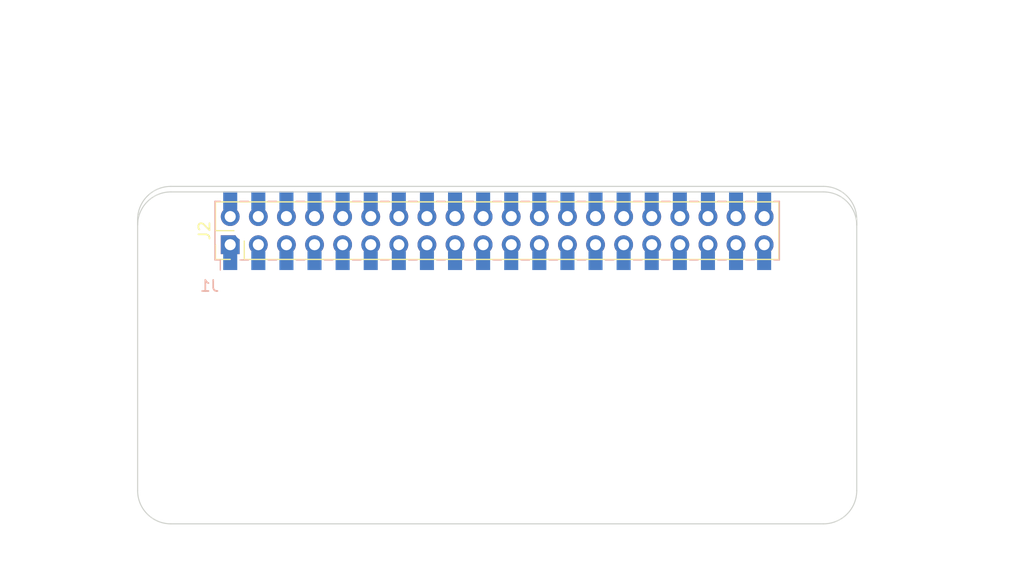
<source format=kicad_pcb>
(kicad_pcb (version 20240108) (generator "pcbnew") (generator_version "8.0")
  (layers (0 "F.Cu" signal) (31 "B.Cu" signal) (34 "B.Paste" user) (35 "F.Paste" user) (36 "B.SilkS" user "B.Silkscreen") (37 "F.SilkS" user "F.Silkscreen") (38 "B.Mask" user) (39 "F.Mask" user) (44 "Edge.Cuts" user))
  (net 0 "")
  (net 1 "Net-(J1-Pad34)")
  (net 2 "Net-(J1-Pad36)")
  (net 3 "Net-(J1-Pad40)")
  (net 4 "Net-(J1-Pad38)")
  (net 5 "Net-(J1-Pad18)")
  (net 6 "Net-(J1-Pad20)")
  (net 7 "Net-(J1-Pad24)")
  (net 8 "Net-(J1-Pad22)")
  (net 9 "Net-(J1-Pad30)")
  (net 10 "Net-(J1-Pad32)")
  (net 11 "Net-(J1-Pad28)")
  (net 12 "Net-(J1-Pad26)")
  (net 13 "Net-(J1-Pad10)")
  (net 14 "Net-(J1-Pad12)")
  (net 15 "Net-(J1-Pad16)")
  (net 16 "Net-(J1-Pad14)")
  (net 17 "Net-(J1-Pad6)")
  (net 18 "Net-(J1-Pad8)")
  (net 19 "Net-(J1-Pad4)")
  (net 20 "Net-(J1-Pad2)")
  (net 21 "Net-(J1-Pad39)")
  (net 22 "Net-(J1-Pad37)")
  (net 23 "Net-(J1-Pad33)")
  (net 24 "Net-(J1-Pad35)")
  (net 25 "Net-(J1-Pad27)")
  (net 26 "Net-(J1-Pad25)")
  (net 27 "Net-(J1-Pad29)")
  (net 28 "Net-(J1-Pad31)")
  (net 29 "Net-(J1-Pad23)")
  (net 30 "Net-(J1-Pad21)")
  (net 31 "Net-(J1-Pad17)")
  (net 32 "Net-(J1-Pad19)")
  (net 33 "Net-(J1-Pad3)")
  (net 34 "Net-(J1-Pad1)")
  (net 35 "Net-(J1-Pad5)")
  (net 36 "Net-(J1-Pad7)")
  (net 37 "Net-(J1-Pad15)")
  (net 38 "Net-(J1-Pad13)")
  (net 39 "Net-(J1-Pad9)")
  (net 40 "Net-(J1-Pad11)")
  (net 41 "Net-(J2-Pad1)")
  (net 42 "Net-(J2-Pad2)")
  (net 43 "Net-(J2-Pad3)")
  (net 44 "Net-(J2-Pad4)")
  (net 45 "Net-(J2-Pad5)")
  (net 46 "Net-(J2-Pad6)")
  (net 47 "Net-(J2-Pad7)")
  (net 48 "Net-(J2-Pad8)")
  (net 49 "Net-(J2-Pad9)")
  (net 50 "Net-(J2-Pad10)")
  (net 51 "Net-(J2-Pad11)")
  (net 52 "Net-(J2-Pad12)")
  (net 53 "Net-(J2-Pad13)")
  (net 54 "Net-(J2-Pad14)")
  (net 55 "Net-(J2-Pad15)")
  (net 56 "Net-(J2-Pad16)")
  (net 57 "Net-(J2-Pad17)")
  (net 58 "Net-(J2-Pad18)")
  (net 59 "Net-(J2-Pad19)")
  (net 60 "Net-(J2-Pad20)")
  (net 61 "Net-(J2-Pad21)")
  (net 62 "Net-(J2-Pad22)")
  (net 63 "Net-(J2-Pad23)")
  (net 64 "Net-(J2-Pad24)")
  (net 65 "Net-(J2-Pad25)")
  (net 66 "Net-(J2-Pad26)")
  (net 67 "Net-(J2-Pad27)")
  (net 68 "Net-(J2-Pad28)")
  (net 69 "Net-(J2-Pad29)")
  (net 70 "Net-(J2-Pad30)")
  (net 71 "Net-(J2-Pad31)")
  (net 72 "Net-(J2-Pad32)")
  (net 73 "Net-(J2-Pad33)")
  (net 74 "Net-(J2-Pad34)")
  (net 75 "Net-(J2-Pad35)")
  (net 76 "Net-(J2-Pad36)")
  (net 77 "Net-(J2-Pad37)")
  (net 78 "Net-(J2-Pad38)")
  (net 79 "Net-(J2-Pad39)")
  (net 80 "Net-(J2-Pad40)")
  (footprint "RPi_Hat:RPi_Hat_Mounting_Hole" (layer "F.Cu") (at 74 28)
    (property "Reference" "" (hide yes))
    (property "Value" "" (hide yes))
    (pad "" np_thru_hole circle (at 0 0) (size 2.75 2.75) (drill 2.75) (layers "*.Cu" "*.Mask") (clearance 1.725))
  )
  (footprint "RPi_Hat:RPi_Hat_Mounting_Hole" (layer "F.Cu") (at 16 28)
    (property "Reference" "" (hide yes))
    (property "Value" "" (hide yes))
    (pad "" np_thru_hole circle (at 0 0) (size 2.75 2.75) (drill 2.75) (layers "*.Cu" "*.Mask") (clearance 1.725))
  )
  (footprint "RPi_Hat:RPi_Hat_Mounting_Hole" (layer "F.Cu") (at 74 51)
    (property "Reference" "" (hide yes))
    (property "Value" "" (hide yes))
    (pad "" np_thru_hole circle (at 0 0) (size 2.75 2.75) (drill 2.75) (layers "*.Cu" "*.Mask") (clearance 1.725))
  )
  (footprint "RPi_Hat:RPi_Hat_Mounting_Hole" (layer "F.Cu") (at 16 51)
    (property "Reference" "" (hide yes))
    (property "Value" "" (hide yes))
    (pad "" np_thru_hole circle (at 0 0) (size 2.75 2.75) (drill 2.75) (layers "*.Cu" "*.Mask") (clearance 1.725))
  )
  (footprint "Connector_PinHeader_2.54mm:PinHeader_2x20_P2.54mm_Vertical" (layer "F.Cu") (at 20.87 29.27 90)
    (property "Reference" "J2" (at 1.27 -2.33 90) (layer "F.SilkS"))
    (property "Value" "RPi_GPIO")
    (fp_line (start 3.87 -1.33) (end 3.87 49.59) (stroke (width 0.12)) (layer "F.SilkS"))
    (fp_line (start 1.27 -1.33) (end 3.87 -1.33) (stroke (width 0.12)) (layer "F.SilkS"))
    (fp_line (start -1.33 -1.33) (end 0 -1.33) (stroke (width 0.12)) (layer "F.SilkS"))
    (fp_line (start -1.33 0) (end -1.33 -1.33) (stroke (width 0.12)) (layer "F.SilkS"))
    (fp_line (start 1.27 1.27) (end 1.27 -1.33) (stroke (width 0.12)) (layer "F.SilkS"))
    (fp_line (start -1.33 1.27) (end 1.27 1.27) (stroke (width 0.12)) (layer "F.SilkS"))
    (fp_line (start -1.33 1.27) (end -1.33 49.59) (stroke (width 0.12)) (layer "F.SilkS"))
    (fp_line (start -1.33 49.59) (end 3.87 49.59) (stroke (width 0.12)) (layer "F.SilkS"))
    (pad "1" thru_hole rect (at 0 0 90) (size 1.7 1.7) (drill 1) (layers "*.Cu" "*.Mask") (net 41 "Net-(J2-Pad1)"))
    (pad "2" thru_hole oval (at 2.54 0 90) (size 1.7 1.7) (drill 1) (layers "*.Cu" "*.Mask") (net 42 "Net-(J2-Pad2)"))
    (pad "3" thru_hole oval (at 0 2.54 90) (size 1.7 1.7) (drill 1) (layers "*.Cu" "*.Mask") (net 43 "Net-(J2-Pad3)"))
    (pad "4" thru_hole oval (at 2.54 2.54 90) (size 1.7 1.7) (drill 1) (layers "*.Cu" "*.Mask") (net 44 "Net-(J2-Pad4)"))
    (pad "5" thru_hole oval (at 0 5.08 90) (size 1.7 1.7) (drill 1) (layers "*.Cu" "*.Mask") (net 45 "Net-(J2-Pad5)"))
    (pad "6" thru_hole oval (at 2.54 5.08 90) (size 1.7 1.7) (drill 1) (layers "*.Cu" "*.Mask") (net 46 "Net-(J2-Pad6)"))
    (pad "7" thru_hole oval (at 0 7.62 90) (size 1.7 1.7) (drill 1) (layers "*.Cu" "*.Mask") (net 47 "Net-(J2-Pad7)"))
    (pad "8" thru_hole oval (at 2.54 7.62 90) (size 1.7 1.7) (drill 1) (layers "*.Cu" "*.Mask") (net 48 "Net-(J2-Pad8)"))
    (pad "9" thru_hole oval (at 0 10.16 90) (size 1.7 1.7) (drill 1) (layers "*.Cu" "*.Mask") (net 49 "Net-(J2-Pad9)"))
    (pad "10" thru_hole oval (at 2.54 10.16 90) (size 1.7 1.7) (drill 1) (layers "*.Cu" "*.Mask") (net 50 "Net-(J2-Pad10)"))
    (pad "11" thru_hole oval (at 0 12.7 90) (size 1.7 1.7) (drill 1) (layers "*.Cu" "*.Mask") (net 51 "Net-(J2-Pad11)"))
    (pad "12" thru_hole oval (at 2.54 12.7 90) (size 1.7 1.7) (drill 1) (layers "*.Cu" "*.Mask") (net 52 "Net-(J2-Pad12)"))
    (pad "13" thru_hole oval (at 0 15.24 90) (size 1.7 1.7) (drill 1) (layers "*.Cu" "*.Mask") (net 53 "Net-(J2-Pad13)"))
    (pad "14" thru_hole oval (at 2.54 15.24 90) (size 1.7 1.7) (drill 1) (layers "*.Cu" "*.Mask") (net 54 "Net-(J2-Pad14)"))
    (pad "15" thru_hole oval (at 0 17.78 90) (size 1.7 1.7) (drill 1) (layers "*.Cu" "*.Mask") (net 55 "Net-(J2-Pad15)"))
    (pad "16" thru_hole oval (at 2.54 17.78 90) (size 1.7 1.7) (drill 1) (layers "*.Cu" "*.Mask") (net 56 "Net-(J2-Pad16)"))
    (pad "17" thru_hole oval (at 0 20.32 90) (size 1.7 1.7) (drill 1) (layers "*.Cu" "*.Mask") (net 57 "Net-(J2-Pad17)"))
    (pad "18" thru_hole oval (at 2.54 20.32 90) (size 1.7 1.7) (drill 1) (layers "*.Cu" "*.Mask") (net 58 "Net-(J2-Pad18)"))
    (pad "19" thru_hole oval (at 0 22.86 90) (size 1.7 1.7) (drill 1) (layers "*.Cu" "*.Mask") (net 59 "Net-(J2-Pad19)"))
    (pad "20" thru_hole oval (at 2.54 22.86 90) (size 1.7 1.7) (drill 1) (layers "*.Cu" "*.Mask") (net 60 "Net-(J2-Pad20)"))
    (pad "21" thru_hole oval (at 0 25.4 90) (size 1.7 1.7) (drill 1) (layers "*.Cu" "*.Mask") (net 61 "Net-(J2-Pad21)"))
    (pad "22" thru_hole oval (at 2.54 25.4 90) (size 1.7 1.7) (drill 1) (layers "*.Cu" "*.Mask") (net 62 "Net-(J2-Pad22)"))
    (pad "23" thru_hole oval (at 0 27.94 90) (size 1.7 1.7) (drill 1) (layers "*.Cu" "*.Mask") (net 63 "Net-(J2-Pad23)"))
    (pad "24" thru_hole oval (at 2.54 27.94 90) (size 1.7 1.7) (drill 1) (layers "*.Cu" "*.Mask") (net 64 "Net-(J2-Pad24)"))
    (pad "25" thru_hole oval (at 0 30.48 90) (size 1.7 1.7) (drill 1) (layers "*.Cu" "*.Mask") (net 65 "Net-(J2-Pad25)"))
    (pad "26" thru_hole oval (at 2.54 30.48 90) (size 1.7 1.7) (drill 1) (layers "*.Cu" "*.Mask") (net 66 "Net-(J2-Pad26)"))
    (pad "27" thru_hole oval (at 0 33.02 90) (size 1.7 1.7) (drill 1) (layers "*.Cu" "*.Mask") (net 67 "Net-(J2-Pad27)"))
    (pad "28" thru_hole oval (at 2.54 33.02 90) (size 1.7 1.7) (drill 1) (layers "*.Cu" "*.Mask") (net 68 "Net-(J2-Pad28)"))
    (pad "29" thru_hole oval (at 0 35.56 90) (size 1.7 1.7) (drill 1) (layers "*.Cu" "*.Mask") (net 69 "Net-(J2-Pad29)"))
    (pad "30" thru_hole oval (at 2.54 35.56 90) (size 1.7 1.7) (drill 1) (layers "*.Cu" "*.Mask") (net 70 "Net-(J2-Pad30)"))
    (pad "31" thru_hole oval (at 0 38.1 90) (size 1.7 1.7) (drill 1) (layers "*.Cu" "*.Mask") (net 71 "Net-(J2-Pad31)"))
    (pad "32" thru_hole oval (at 2.54 38.1 90) (size 1.7 1.7) (drill 1) (layers "*.Cu" "*.Mask") (net 72 "Net-(J2-Pad32)"))
    (pad "33" thru_hole oval (at 0 40.64 90) (size 1.7 1.7) (drill 1) (layers "*.Cu" "*.Mask") (net 73 "Net-(J2-Pad33)"))
    (pad "34" thru_hole oval (at 2.54 40.64 90) (size 1.7 1.7) (drill 1) (layers "*.Cu" "*.Mask") (net 74 "Net-(J2-Pad34)"))
    (pad "35" thru_hole oval (at 0 43.18 90) (size 1.7 1.7) (drill 1) (layers "*.Cu" "*.Mask") (net 75 "Net-(J2-Pad35)"))
    (pad "36" thru_hole oval (at 2.54 43.18 90) (size 1.7 1.7) (drill 1) (layers "*.Cu" "*.Mask") (net 76 "Net-(J2-Pad36)"))
    (pad "37" thru_hole oval (at 0 45.72 90) (size 1.7 1.7) (drill 1) (layers "*.Cu" "*.Mask") (net 77 "Net-(J2-Pad37)"))
    (pad "38" thru_hole oval (at 2.54 45.72 90) (size 1.7 1.7) (drill 1) (layers "*.Cu" "*.Mask") (net 78 "Net-(J2-Pad38)"))
    (pad "39" thru_hole oval (at 0 48.26 90) (size 1.7 1.7) (drill 1) (layers "*.Cu" "*.Mask") (net 79 "Net-(J2-Pad39)"))
    (pad "40" thru_hole oval (at 2.54 48.26 90) (size 1.7 1.7) (drill 1) (layers "*.Cu" "*.Mask") (net 80 "Net-(J2-Pad40)"))
  )
  (footprint "Connector_Samtec_HLE_SMD-ML:Samtec_HLE-120-02-xxx-DV-BE-A_2x20_RPi_Bottom" (layer "B.Cu") (at 45 28)
    (property "Reference" "J1" (at -26 5 0) (layer "B.SilkS") (effects (justify mirror)))
    (property "Value" "RPi_GPIO")
    (fp_line (start -25.51 -2.65) (end -25.025 -2.65) (stroke (width 0.12)) (layer "B.SilkS"))
    (fp_line (start -25.51 2.65) (end -25.51 -2.65) (stroke (width 0.12)) (layer "B.SilkS"))
    (fp_line (start -25.025 2.65) (end -25.51 2.65) (stroke (width 0.12)) (layer "B.SilkS"))
    (fp_line (start -25.025 3.56) (end -25.025 2.65) (stroke (width 0.12)) (layer "B.SilkS"))
    (fp_line (start -23.235 -2.65) (end -22.485 -2.65) (stroke (width 0.12)) (layer "B.SilkS"))
    (fp_line (start -23.235 2.65) (end -22.485 2.65) (stroke (width 0.12)) (layer "B.SilkS"))
    (fp_line (start -20.695 -2.65) (end -19.945 -2.65) (stroke (width 0.12)) (layer "B.SilkS"))
    (fp_line (start -20.695 2.65) (end -19.945 2.65) (stroke (width 0.12)) (layer "B.SilkS"))
    (fp_line (start -18.155 -2.65) (end -17.405 -2.65) (stroke (width 0.12)) (layer "B.SilkS"))
    (fp_line (start -18.155 2.65) (end -17.405 2.65) (stroke (width 0.12)) (layer "B.SilkS"))
    (fp_line (start -15.615 -2.65) (end -14.865 -2.65) (stroke (width 0.12)) (layer "B.SilkS"))
    (fp_line (start -15.615 2.65) (end -14.865 2.65) (stroke (width 0.12)) (layer "B.SilkS"))
    (fp_line (start -13.075 -2.65) (end -12.325 -2.65) (stroke (width 0.12)) (layer "B.SilkS"))
    (fp_line (start -13.075 2.65) (end -12.325 2.65) (stroke (width 0.12)) (layer "B.SilkS"))
    (fp_line (start -10.535 -2.65) (end -9.785 -2.65) (stroke (width 0.12)) (layer "B.SilkS"))
    (fp_line (start -10.535 2.65) (end -9.785 2.65) (stroke (width 0.12)) (layer "B.SilkS"))
    (fp_line (start -7.995 -2.65) (end -7.245 -2.65) (stroke (width 0.12)) (layer "B.SilkS"))
    (fp_line (start -7.995 2.65) (end -7.245 2.65) (stroke (width 0.12)) (layer "B.SilkS"))
    (fp_line (start -5.455 -2.65) (end -4.705 -2.65) (stroke (width 0.12)) (layer "B.SilkS"))
    (fp_line (start -5.455 2.65) (end -4.705 2.65) (stroke (width 0.12)) (layer "B.SilkS"))
    (fp_line (start -2.915 -2.65) (end -2.165 -2.65) (stroke (width 0.12)) (layer "B.SilkS"))
    (fp_line (start -2.915 2.65) (end -2.165 2.65) (stroke (width 0.12)) (layer "B.SilkS"))
    (fp_line (start -0.375 -2.65) (end 0.375 -2.65) (stroke (width 0.12)) (layer "B.SilkS"))
    (fp_line (start -0.375 2.65) (end 0.375 2.65) (stroke (width 0.12)) (layer "B.SilkS"))
    (fp_line (start 2.165 -2.65) (end 2.915 -2.65) (stroke (width 0.12)) (layer "B.SilkS"))
    (fp_line (start 2.165 2.65) (end 2.915 2.65) (stroke (width 0.12)) (layer "B.SilkS"))
    (fp_line (start 4.705 -2.65) (end 5.455 -2.65) (stroke (width 0.12)) (layer "B.SilkS"))
    (fp_line (start 4.705 2.65) (end 5.455 2.65) (stroke (width 0.12)) (layer "B.SilkS"))
    (fp_line (start 7.245 -2.65) (end 7.995 -2.65) (stroke (width 0.12)) (layer "B.SilkS"))
    (fp_line (start 7.245 2.65) (end 7.995 2.65) (stroke (width 0.12)) (layer "B.SilkS"))
    (fp_line (start 9.785 -2.65) (end 10.535 -2.65) (stroke (width 0.12)) (layer "B.SilkS"))
    (fp_line (start 9.785 2.65) (end 10.535 2.65) (stroke (width 0.12)) (layer "B.SilkS"))
    (fp_line (start 12.325 -2.65) (end 13.075 -2.65) (stroke (width 0.12)) (layer "B.SilkS"))
    (fp_line (start 12.325 2.65) (end 13.075 2.65) (stroke (width 0.12)) (layer "B.SilkS"))
    (fp_line (start 14.865 -2.65) (end 15.615 -2.65) (stroke (width 0.12)) (layer "B.SilkS"))
    (fp_line (start 14.865 2.65) (end 15.615 2.65) (stroke (width 0.12)) (layer "B.SilkS"))
    (fp_line (start 17.405 -2.65) (end 18.155 -2.65) (stroke (width 0.12)) (layer "B.SilkS"))
    (fp_line (start 17.405 2.65) (end 18.155 2.65) (stroke (width 0.12)) (layer "B.SilkS"))
    (fp_line (start 19.945 -2.65) (end 20.695 -2.65) (stroke (width 0.12)) (layer "B.SilkS"))
    (fp_line (start 19.945 2.65) (end 20.695 2.65) (stroke (width 0.12)) (layer "B.SilkS"))
    (fp_line (start 22.485 -2.65) (end 23.235 -2.65) (stroke (width 0.12)) (layer "B.SilkS"))
    (fp_line (start 22.485 2.65) (end 23.235 2.65) (stroke (width 0.12)) (layer "B.SilkS"))
    (fp_line (start 25.025 2.65) (end 25.51 2.65) (stroke (width 0.12)) (layer "B.SilkS"))
    (fp_line (start 25.51 -2.65) (end 25.025 -2.65) (stroke (width 0.12)) (layer "B.SilkS"))
    (fp_line (start 25.51 2.65) (end 25.51 -2.65) (stroke (width 0.12)) (layer "B.SilkS"))
    (pad "" np_thru_hole circle (at -24.13 -1.27) (size 0.97 0.97) (drill 0.97) (layers "*.Cu" "*.Mask"))
    (pad "" np_thru_hole circle (at -24.13 1.27) (size 0.97 0.97) (drill 0.97) (layers "*.Cu" "*.Mask"))
    (pad "" np_thru_hole circle (at -22.86 0) (size 1.78 1.78) (drill 1.78) (layers "*.Cu" "*.Mask"))
    (pad "" np_thru_hole circle (at -21.59 -1.27) (size 0.97 0.97) (drill 0.97) (layers "*.Cu" "*.Mask"))
    (pad "" np_thru_hole circle (at -21.59 1.27) (size 0.97 0.97) (drill 0.97) (layers "*.Cu" "*.Mask"))
    (pad "" np_thru_hole circle (at -19.05 -1.27) (size 0.97 0.97) (drill 0.97) (layers "*.Cu" "*.Mask"))
    (pad "" np_thru_hole circle (at -19.05 1.27) (size 0.97 0.97) (drill 0.97) (layers "*.Cu" "*.Mask"))
    (pad "" np_thru_hole circle (at -16.51 -1.27) (size 0.97 0.97) (drill 0.97) (layers "*.Cu" "*.Mask"))
    (pad "" np_thru_hole circle (at -16.51 1.27) (size 0.97 0.97) (drill 0.97) (layers "*.Cu" "*.Mask"))
    (pad "" np_thru_hole circle (at -13.97 -1.27) (size 0.97 0.97) (drill 0.97) (layers "*.Cu" "*.Mask"))
    (pad "" np_thru_hole circle (at -13.97 1.27) (size 0.97 0.97) (drill 0.97) (layers "*.Cu" "*.Mask"))
    (pad "" np_thru_hole circle (at -11.43 -1.27) (size 0.97 0.97) (drill 0.97) (layers "*.Cu" "*.Mask"))
    (pad "" np_thru_hole circle (at -11.43 1.27) (size 0.97 0.97) (drill 0.97) (layers "*.Cu" "*.Mask"))
    (pad "" np_thru_hole circle (at -8.89 -1.27) (size 0.97 0.97) (drill 0.97) (layers "*.Cu" "*.Mask"))
    (pad "" np_thru_hole circle (at -8.89 1.27) (size 0.97 0.97) (drill 0.97) (layers "*.Cu" "*.Mask"))
    (pad "" np_thru_hole circle (at -6.35 -1.27) (size 0.97 0.97) (drill 0.97) (layers "*.Cu" "*.Mask"))
    (pad "" np_thru_hole circle (at -6.35 1.27) (size 0.97 0.97) (drill 0.97) (layers "*.Cu" "*.Mask"))
    (pad "" np_thru_hole circle (at -3.81 -1.27) (size 0.97 0.97) (drill 0.97) (layers "*.Cu" "*.Mask"))
    (pad "" np_thru_hole circle (at -3.81 1.27) (size 0.97 0.97) (drill 0.97) (layers "*.Cu" "*.Mask"))
    (pad "" np_thru_hole circle (at -1.27 -1.27) (size 0.97 0.97) (drill 0.97) (layers "*.Cu" "*.Mask"))
    (pad "" np_thru_hole circle (at -1.27 1.27) (size 0.97 0.97) (drill 0.97) (layers "*.Cu" "*.Mask"))
    (pad "" np_thru_hole circle (at 1.27 -1.27) (size 0.97 0.97) (drill 0.97) (layers "*.Cu" "*.Mask"))
    (pad "" np_thru_hole circle (at 1.27 1.27) (size 0.97 0.97) (drill 0.97) (layers "*.Cu" "*.Mask"))
    (pad "" np_thru_hole circle (at 3.81 -1.27) (size 0.97 0.97) (drill 0.97) (layers "*.Cu" "*.Mask"))
    (pad "" np_thru_hole circle (at 3.81 1.27) (size 0.97 0.97) (drill 0.97) (layers "*.Cu" "*.Mask"))
    (pad "" np_thru_hole circle (at 6.35 -1.27) (size 0.97 0.97) (drill 0.97) (layers "*.Cu" "*.Mask"))
    (pad "" np_thru_hole circle (at 6.35 1.27) (size 0.97 0.97) (drill 0.97) (layers "*.Cu" "*.Mask"))
    (pad "" np_thru_hole circle (at 8.89 -1.27) (size 0.97 0.97) (drill 0.97) (layers "*.Cu" "*.Mask"))
    (pad "" np_thru_hole circle (at 8.89 1.27) (size 0.97 0.97) (drill 0.97) (layers "*.Cu" "*.Mask"))
    (pad "" np_thru_hole circle (at 11.43 -1.27) (size 0.97 0.97) (drill 0.97) (layers "*.Cu" "*.Mask"))
    (pad "" np_thru_hole circle (at 11.43 1.27) (size 0.97 0.97) (drill 0.97) (layers "*.Cu" "*.Mask"))
    (pad "" np_thru_hole circle (at 13.97 -1.27) (size 0.97 0.97) (drill 0.97) (layers "*.Cu" "*.Mask"))
    (pad "" np_thru_hole circle (at 13.97 1.27) (size 0.97 0.97) (drill 0.97) (layers "*.Cu" "*.Mask"))
    (pad "" np_thru_hole circle (at 16.51 -1.27) (size 0.97 0.97) (drill 0.97) (layers "*.Cu" "*.Mask"))
    (pad "" np_thru_hole circle (at 16.51 1.27) (size 0.97 0.97) (drill 0.97) (layers "*.Cu" "*.Mask"))
    (pad "" np_thru_hole circle (at 19.05 -1.27) (size 0.97 0.97) (drill 0.97) (layers "*.Cu" "*.Mask"))
    (pad "" np_thru_hole circle (at 19.05 1.27) (size 0.97 0.97) (drill 0.97) (layers "*.Cu" "*.Mask"))
    (pad "" np_thru_hole circle (at 21.59 -1.27) (size 0.97 0.97) (drill 0.97) (layers "*.Cu" "*.Mask"))
    (pad "" np_thru_hole circle (at 21.59 1.27) (size 0.97 0.97) (drill 0.97) (layers "*.Cu" "*.Mask"))
    (pad "" np_thru_hole circle (at 22.86 0) (size 1.78 1.78) (drill 1.78) (layers "*.Cu" "*.Mask"))
    (pad "" np_thru_hole circle (at 24.13 -1.27) (size 0.97 0.97) (drill 0.97) (layers "*.Cu" "*.Mask"))
    (pad "" np_thru_hole circle (at 24.13 1.27) (size 0.97 0.97) (drill 0.97) (layers "*.Cu" "*.Mask"))
    (pad "1" smd rect (at -24.13 2.72) (size 1.27 1.68) (layers "B.Cu" "B.Paste" "B.Mask") (net 34 "Net-(J1-Pad1)"))
    (pad "2" smd rect (at -24.13 -2.72) (size 1.27 1.68) (layers "B.Cu" "B.Paste" "B.Mask") (net 20 "Net-(J1-Pad2)"))
    (pad "3" smd rect (at -21.59 2.72) (size 1.27 1.68) (layers "B.Cu" "B.Paste" "B.Mask") (net 33 "Net-(J1-Pad3)"))
    (pad "4" smd rect (at -21.59 -2.72) (size 1.27 1.68) (layers "B.Cu" "B.Paste" "B.Mask") (net 19 "Net-(J1-Pad4)"))
    (pad "5" smd rect (at -19.05 2.72) (size 1.27 1.68) (layers "B.Cu" "B.Paste" "B.Mask") (net 35 "Net-(J1-Pad5)"))
    (pad "6" smd rect (at -19.05 -2.72) (size 1.27 1.68) (layers "B.Cu" "B.Paste" "B.Mask") (net 17 "Net-(J1-Pad6)"))
    (pad "7" smd rect (at -16.51 2.72) (size 1.27 1.68) (layers "B.Cu" "B.Paste" "B.Mask") (net 36 "Net-(J1-Pad7)"))
    (pad "8" smd rect (at -16.51 -2.72) (size 1.27 1.68) (layers "B.Cu" "B.Paste" "B.Mask") (net 18 "Net-(J1-Pad8)"))
    (pad "9" smd rect (at -13.97 2.72) (size 1.27 1.68) (layers "B.Cu" "B.Paste" "B.Mask") (net 39 "Net-(J1-Pad9)"))
    (pad "10" smd rect (at -13.97 -2.72) (size 1.27 1.68) (layers "B.Cu" "B.Paste" "B.Mask") (net 13 "Net-(J1-Pad10)"))
    (pad "11" smd rect (at -11.43 2.72) (size 1.27 1.68) (layers "B.Cu" "B.Paste" "B.Mask") (net 40 "Net-(J1-Pad11)"))
    (pad "12" smd rect (at -11.43 -2.72) (size 1.27 1.68) (layers "B.Cu" "B.Paste" "B.Mask") (net 14 "Net-(J1-Pad12)"))
    (pad "13" smd rect (at -8.89 2.72) (size 1.27 1.68) (layers "B.Cu" "B.Paste" "B.Mask") (net 38 "Net-(J1-Pad13)"))
    (pad "14" smd rect (at -8.89 -2.72) (size 1.27 1.68) (layers "B.Cu" "B.Paste" "B.Mask") (net 16 "Net-(J1-Pad14)"))
    (pad "15" smd rect (at -6.35 2.72) (size 1.27 1.68) (layers "B.Cu" "B.Paste" "B.Mask") (net 37 "Net-(J1-Pad15)"))
    (pad "16" smd rect (at -6.35 -2.72) (size 1.27 1.68) (layers "B.Cu" "B.Paste" "B.Mask") (net 15 "Net-(J1-Pad16)"))
    (pad "17" smd rect (at -3.81 2.72) (size 1.27 1.68) (layers "B.Cu" "B.Paste" "B.Mask") (net 31 "Net-(J1-Pad17)"))
    (pad "18" smd rect (at -3.81 -2.72) (size 1.27 1.68) (layers "B.Cu" "B.Paste" "B.Mask") (net 5 "Net-(J1-Pad18)"))
    (pad "19" smd rect (at -1.27 2.72) (size 1.27 1.68) (layers "B.Cu" "B.Paste" "B.Mask") (net 32 "Net-(J1-Pad19)"))
    (pad "20" smd rect (at -1.27 -2.72) (size 1.27 1.68) (layers "B.Cu" "B.Paste" "B.Mask") (net 6 "Net-(J1-Pad20)"))
    (pad "21" smd rect (at 1.27 2.72) (size 1.27 1.68) (layers "B.Cu" "B.Paste" "B.Mask") (net 30 "Net-(J1-Pad21)"))
    (pad "22" smd rect (at 1.27 -2.72) (size 1.27 1.68) (layers "B.Cu" "B.Paste" "B.Mask") (net 8 "Net-(J1-Pad22)"))
    (pad "23" smd rect (at 3.81 2.72) (size 1.27 1.68) (layers "B.Cu" "B.Paste" "B.Mask") (net 29 "Net-(J1-Pad23)"))
    (pad "24" smd rect (at 3.81 -2.72) (size 1.27 1.68) (layers "B.Cu" "B.Paste" "B.Mask") (net 7 "Net-(J1-Pad24)"))
    (pad "25" smd rect (at 6.35 2.72) (size 1.27 1.68) (layers "B.Cu" "B.Paste" "B.Mask") (net 26 "Net-(J1-Pad25)"))
    (pad "26" smd rect (at 6.35 -2.72) (size 1.27 1.68) (layers "B.Cu" "B.Paste" "B.Mask") (net 12 "Net-(J1-Pad26)"))
    (pad "27" smd rect (at 8.89 2.72) (size 1.27 1.68) (layers "B.Cu" "B.Paste" "B.Mask") (net 25 "Net-(J1-Pad27)"))
    (pad "28" smd rect (at 8.89 -2.72) (size 1.27 1.68) (layers "B.Cu" "B.Paste" "B.Mask") (net 11 "Net-(J1-Pad28)"))
    (pad "29" smd rect (at 11.43 2.72) (size 1.27 1.68) (layers "B.Cu" "B.Paste" "B.Mask") (net 27 "Net-(J1-Pad29)"))
    (pad "30" smd rect (at 11.43 -2.72) (size 1.27 1.68) (layers "B.Cu" "B.Paste" "B.Mask") (net 9 "Net-(J1-Pad30)"))
    (pad "31" smd rect (at 13.97 2.72) (size 1.27 1.68) (layers "B.Cu" "B.Paste" "B.Mask") (net 28 "Net-(J1-Pad31)"))
    (pad "32" smd rect (at 13.97 -2.72) (size 1.27 1.68) (layers "B.Cu" "B.Paste" "B.Mask") (net 10 "Net-(J1-Pad32)"))
    (pad "33" smd rect (at 16.51 2.72) (size 1.27 1.68) (layers "B.Cu" "B.Paste" "B.Mask") (net 23 "Net-(J1-Pad33)"))
    (pad "34" smd rect (at 16.51 -2.72) (size 1.27 1.68) (layers "B.Cu" "B.Paste" "B.Mask") (net 1 "Net-(J1-Pad34)"))
    (pad "35" smd rect (at 19.05 2.72) (size 1.27 1.68) (layers "B.Cu" "B.Paste" "B.Mask") (net 24 "Net-(J1-Pad35)"))
    (pad "36" smd rect (at 19.05 -2.72) (size 1.27 1.68) (layers "B.Cu" "B.Paste" "B.Mask") (net 2 "Net-(J1-Pad36)"))
    (pad "37" smd rect (at 21.59 2.72) (size 1.27 1.68) (layers "B.Cu" "B.Paste" "B.Mask") (net 22 "Net-(J1-Pad37)"))
    (pad "38" smd rect (at 21.59 -2.72) (size 1.27 1.68) (layers "B.Cu" "B.Paste" "B.Mask") (net 4 "Net-(J1-Pad38)"))
    (pad "39" smd rect (at 24.13 2.72) (size 1.27 1.68) (layers "B.Cu" "B.Paste" "B.Mask") (net 21 "Net-(J1-Pad39)"))
    (pad "40" smd rect (at 24.13 -2.72) (size 1.27 1.68) (layers "B.Cu" "B.Paste" "B.Mask") (net 3 "Net-(J1-Pad40)"))
  )
  (gr_arc (start 74.5 24) (mid 76.62132 24.87868) (end 77.5 27) (stroke (width 0.1)) (layer "Edge.Cuts"))
  (gr_arc (start 12.5 27) (mid 13.37868 24.87868) (end 15.5 24) (stroke (width 0.1)) (layer "Edge.Cuts"))
  (gr_arc (start 15.5 54.5) (mid 13.37868 53.62132) (end 12.5 51.5) (stroke (width 0.1)) (layer "Edge.Cuts"))
  (gr_arc (start 77.5 51.5) (mid 76.62132 53.62132) (end 74.5 54.5) (stroke (width 0.1)) (layer "Edge.Cuts"))
  (gr_arc (start 74.5 24.5) (mid 76.62132 25.37868) (end 77.5 27.5) (stroke (width 0.1)) (layer "Edge.Cuts"))
  (gr_line (start 15.5 24.5) (end 74.5 24.5) (stroke (width 0.1)) (layer "Edge.Cuts"))
  (gr_arc (start 12.5 27.5) (mid 13.37868 25.37868) (end 15.5 24.5) (stroke (width 0.1)) (layer "Edge.Cuts"))
  (gr_line (start 12.5 27) (end 12.5 51.5) (stroke (width 0.1)) (layer "Edge.Cuts"))
  (gr_line (start 77.5 27) (end 77.5 51.5) (stroke (width 0.1)) (layer "Edge.Cuts"))
  (gr_line (start 15.5 54.5) (end 74.5 54.5) (stroke (width 0.1)) (layer "Edge.Cuts"))
  (gr_line (start 15.5 24) (end 74.5 24) (stroke (width 0.1)) (layer "Edge.Cuts"))
)
</source>
